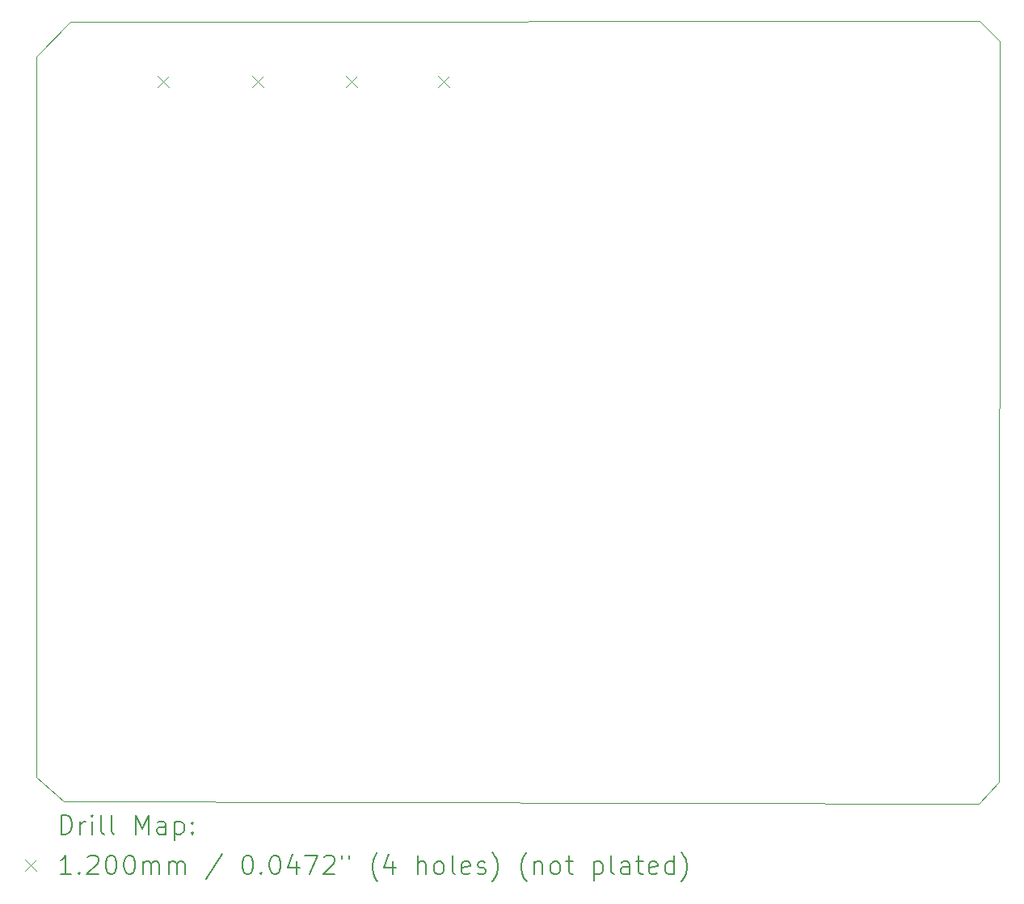
<source format=gbr>
%TF.GenerationSoftware,KiCad,Pcbnew,9.0.0*%
%TF.CreationDate,2026-01-24T21:55:20+01:00*%
%TF.ProjectId,MashMachine V2.0,4d617368-4d61-4636-9869-6e652056322e,rev?*%
%TF.SameCoordinates,Original*%
%TF.FileFunction,Drillmap*%
%TF.FilePolarity,Positive*%
%FSLAX45Y45*%
G04 Gerber Fmt 4.5, Leading zero omitted, Abs format (unit mm)*
G04 Created by KiCad (PCBNEW 9.0.0) date 2026-01-24 21:55:20*
%MOMM*%
%LPD*%
G01*
G04 APERTURE LIST*
%ADD10C,0.050000*%
%ADD11C,0.200000*%
%ADD12C,0.120000*%
G04 APERTURE END LIST*
D10*
X20144976Y-5672055D02*
X20139806Y-13431758D01*
X19927174Y-13665236D01*
X10337800Y-13639800D01*
X10055860Y-13386054D01*
X10055860Y-5829346D01*
X10406347Y-5466114D01*
X19933893Y-5460973D01*
X20144976Y-5672055D01*
D11*
D12*
X11321200Y-6032800D02*
X11441200Y-6152800D01*
X11441200Y-6032800D02*
X11321200Y-6152800D01*
X12311800Y-6032800D02*
X12431800Y-6152800D01*
X12431800Y-6032800D02*
X12311800Y-6152800D01*
X13296800Y-6032800D02*
X13416800Y-6152800D01*
X13416800Y-6032800D02*
X13296800Y-6152800D01*
X14262000Y-6032800D02*
X14382000Y-6152800D01*
X14382000Y-6032800D02*
X14262000Y-6152800D01*
D11*
X10314137Y-13979220D02*
X10314137Y-13779220D01*
X10314137Y-13779220D02*
X10361756Y-13779220D01*
X10361756Y-13779220D02*
X10390327Y-13788744D01*
X10390327Y-13788744D02*
X10409375Y-13807791D01*
X10409375Y-13807791D02*
X10418899Y-13826839D01*
X10418899Y-13826839D02*
X10428423Y-13864934D01*
X10428423Y-13864934D02*
X10428423Y-13893505D01*
X10428423Y-13893505D02*
X10418899Y-13931601D01*
X10418899Y-13931601D02*
X10409375Y-13950648D01*
X10409375Y-13950648D02*
X10390327Y-13969696D01*
X10390327Y-13969696D02*
X10361756Y-13979220D01*
X10361756Y-13979220D02*
X10314137Y-13979220D01*
X10514137Y-13979220D02*
X10514137Y-13845886D01*
X10514137Y-13883982D02*
X10523661Y-13864934D01*
X10523661Y-13864934D02*
X10533184Y-13855410D01*
X10533184Y-13855410D02*
X10552232Y-13845886D01*
X10552232Y-13845886D02*
X10571280Y-13845886D01*
X10637946Y-13979220D02*
X10637946Y-13845886D01*
X10637946Y-13779220D02*
X10628423Y-13788744D01*
X10628423Y-13788744D02*
X10637946Y-13798267D01*
X10637946Y-13798267D02*
X10647470Y-13788744D01*
X10647470Y-13788744D02*
X10637946Y-13779220D01*
X10637946Y-13779220D02*
X10637946Y-13798267D01*
X10761756Y-13979220D02*
X10742708Y-13969696D01*
X10742708Y-13969696D02*
X10733184Y-13950648D01*
X10733184Y-13950648D02*
X10733184Y-13779220D01*
X10866518Y-13979220D02*
X10847470Y-13969696D01*
X10847470Y-13969696D02*
X10837946Y-13950648D01*
X10837946Y-13950648D02*
X10837946Y-13779220D01*
X11095089Y-13979220D02*
X11095089Y-13779220D01*
X11095089Y-13779220D02*
X11161756Y-13922077D01*
X11161756Y-13922077D02*
X11228422Y-13779220D01*
X11228422Y-13779220D02*
X11228422Y-13979220D01*
X11409375Y-13979220D02*
X11409375Y-13874458D01*
X11409375Y-13874458D02*
X11399851Y-13855410D01*
X11399851Y-13855410D02*
X11380803Y-13845886D01*
X11380803Y-13845886D02*
X11342708Y-13845886D01*
X11342708Y-13845886D02*
X11323661Y-13855410D01*
X11409375Y-13969696D02*
X11390327Y-13979220D01*
X11390327Y-13979220D02*
X11342708Y-13979220D01*
X11342708Y-13979220D02*
X11323661Y-13969696D01*
X11323661Y-13969696D02*
X11314137Y-13950648D01*
X11314137Y-13950648D02*
X11314137Y-13931601D01*
X11314137Y-13931601D02*
X11323661Y-13912553D01*
X11323661Y-13912553D02*
X11342708Y-13903029D01*
X11342708Y-13903029D02*
X11390327Y-13903029D01*
X11390327Y-13903029D02*
X11409375Y-13893505D01*
X11504613Y-13845886D02*
X11504613Y-14045886D01*
X11504613Y-13855410D02*
X11523661Y-13845886D01*
X11523661Y-13845886D02*
X11561756Y-13845886D01*
X11561756Y-13845886D02*
X11580803Y-13855410D01*
X11580803Y-13855410D02*
X11590327Y-13864934D01*
X11590327Y-13864934D02*
X11599851Y-13883982D01*
X11599851Y-13883982D02*
X11599851Y-13941124D01*
X11599851Y-13941124D02*
X11590327Y-13960172D01*
X11590327Y-13960172D02*
X11580803Y-13969696D01*
X11580803Y-13969696D02*
X11561756Y-13979220D01*
X11561756Y-13979220D02*
X11523661Y-13979220D01*
X11523661Y-13979220D02*
X11504613Y-13969696D01*
X11685565Y-13960172D02*
X11695089Y-13969696D01*
X11695089Y-13969696D02*
X11685565Y-13979220D01*
X11685565Y-13979220D02*
X11676042Y-13969696D01*
X11676042Y-13969696D02*
X11685565Y-13960172D01*
X11685565Y-13960172D02*
X11685565Y-13979220D01*
X11685565Y-13855410D02*
X11695089Y-13864934D01*
X11695089Y-13864934D02*
X11685565Y-13874458D01*
X11685565Y-13874458D02*
X11676042Y-13864934D01*
X11676042Y-13864934D02*
X11685565Y-13855410D01*
X11685565Y-13855410D02*
X11685565Y-13874458D01*
D12*
X9933360Y-14247736D02*
X10053360Y-14367736D01*
X10053360Y-14247736D02*
X9933360Y-14367736D01*
D11*
X10418899Y-14399220D02*
X10304613Y-14399220D01*
X10361756Y-14399220D02*
X10361756Y-14199220D01*
X10361756Y-14199220D02*
X10342708Y-14227791D01*
X10342708Y-14227791D02*
X10323661Y-14246839D01*
X10323661Y-14246839D02*
X10304613Y-14256363D01*
X10504613Y-14380172D02*
X10514137Y-14389696D01*
X10514137Y-14389696D02*
X10504613Y-14399220D01*
X10504613Y-14399220D02*
X10495089Y-14389696D01*
X10495089Y-14389696D02*
X10504613Y-14380172D01*
X10504613Y-14380172D02*
X10504613Y-14399220D01*
X10590327Y-14218267D02*
X10599851Y-14208744D01*
X10599851Y-14208744D02*
X10618899Y-14199220D01*
X10618899Y-14199220D02*
X10666518Y-14199220D01*
X10666518Y-14199220D02*
X10685565Y-14208744D01*
X10685565Y-14208744D02*
X10695089Y-14218267D01*
X10695089Y-14218267D02*
X10704613Y-14237315D01*
X10704613Y-14237315D02*
X10704613Y-14256363D01*
X10704613Y-14256363D02*
X10695089Y-14284934D01*
X10695089Y-14284934D02*
X10580804Y-14399220D01*
X10580804Y-14399220D02*
X10704613Y-14399220D01*
X10828423Y-14199220D02*
X10847470Y-14199220D01*
X10847470Y-14199220D02*
X10866518Y-14208744D01*
X10866518Y-14208744D02*
X10876042Y-14218267D01*
X10876042Y-14218267D02*
X10885565Y-14237315D01*
X10885565Y-14237315D02*
X10895089Y-14275410D01*
X10895089Y-14275410D02*
X10895089Y-14323029D01*
X10895089Y-14323029D02*
X10885565Y-14361124D01*
X10885565Y-14361124D02*
X10876042Y-14380172D01*
X10876042Y-14380172D02*
X10866518Y-14389696D01*
X10866518Y-14389696D02*
X10847470Y-14399220D01*
X10847470Y-14399220D02*
X10828423Y-14399220D01*
X10828423Y-14399220D02*
X10809375Y-14389696D01*
X10809375Y-14389696D02*
X10799851Y-14380172D01*
X10799851Y-14380172D02*
X10790327Y-14361124D01*
X10790327Y-14361124D02*
X10780804Y-14323029D01*
X10780804Y-14323029D02*
X10780804Y-14275410D01*
X10780804Y-14275410D02*
X10790327Y-14237315D01*
X10790327Y-14237315D02*
X10799851Y-14218267D01*
X10799851Y-14218267D02*
X10809375Y-14208744D01*
X10809375Y-14208744D02*
X10828423Y-14199220D01*
X11018899Y-14199220D02*
X11037946Y-14199220D01*
X11037946Y-14199220D02*
X11056994Y-14208744D01*
X11056994Y-14208744D02*
X11066518Y-14218267D01*
X11066518Y-14218267D02*
X11076042Y-14237315D01*
X11076042Y-14237315D02*
X11085565Y-14275410D01*
X11085565Y-14275410D02*
X11085565Y-14323029D01*
X11085565Y-14323029D02*
X11076042Y-14361124D01*
X11076042Y-14361124D02*
X11066518Y-14380172D01*
X11066518Y-14380172D02*
X11056994Y-14389696D01*
X11056994Y-14389696D02*
X11037946Y-14399220D01*
X11037946Y-14399220D02*
X11018899Y-14399220D01*
X11018899Y-14399220D02*
X10999851Y-14389696D01*
X10999851Y-14389696D02*
X10990327Y-14380172D01*
X10990327Y-14380172D02*
X10980804Y-14361124D01*
X10980804Y-14361124D02*
X10971280Y-14323029D01*
X10971280Y-14323029D02*
X10971280Y-14275410D01*
X10971280Y-14275410D02*
X10980804Y-14237315D01*
X10980804Y-14237315D02*
X10990327Y-14218267D01*
X10990327Y-14218267D02*
X10999851Y-14208744D01*
X10999851Y-14208744D02*
X11018899Y-14199220D01*
X11171280Y-14399220D02*
X11171280Y-14265886D01*
X11171280Y-14284934D02*
X11180804Y-14275410D01*
X11180804Y-14275410D02*
X11199851Y-14265886D01*
X11199851Y-14265886D02*
X11228423Y-14265886D01*
X11228423Y-14265886D02*
X11247470Y-14275410D01*
X11247470Y-14275410D02*
X11256994Y-14294458D01*
X11256994Y-14294458D02*
X11256994Y-14399220D01*
X11256994Y-14294458D02*
X11266518Y-14275410D01*
X11266518Y-14275410D02*
X11285565Y-14265886D01*
X11285565Y-14265886D02*
X11314137Y-14265886D01*
X11314137Y-14265886D02*
X11333184Y-14275410D01*
X11333184Y-14275410D02*
X11342708Y-14294458D01*
X11342708Y-14294458D02*
X11342708Y-14399220D01*
X11437946Y-14399220D02*
X11437946Y-14265886D01*
X11437946Y-14284934D02*
X11447470Y-14275410D01*
X11447470Y-14275410D02*
X11466518Y-14265886D01*
X11466518Y-14265886D02*
X11495089Y-14265886D01*
X11495089Y-14265886D02*
X11514137Y-14275410D01*
X11514137Y-14275410D02*
X11523661Y-14294458D01*
X11523661Y-14294458D02*
X11523661Y-14399220D01*
X11523661Y-14294458D02*
X11533184Y-14275410D01*
X11533184Y-14275410D02*
X11552232Y-14265886D01*
X11552232Y-14265886D02*
X11580803Y-14265886D01*
X11580803Y-14265886D02*
X11599851Y-14275410D01*
X11599851Y-14275410D02*
X11609375Y-14294458D01*
X11609375Y-14294458D02*
X11609375Y-14399220D01*
X11999851Y-14189696D02*
X11828423Y-14446839D01*
X12256994Y-14199220D02*
X12276042Y-14199220D01*
X12276042Y-14199220D02*
X12295089Y-14208744D01*
X12295089Y-14208744D02*
X12304613Y-14218267D01*
X12304613Y-14218267D02*
X12314137Y-14237315D01*
X12314137Y-14237315D02*
X12323661Y-14275410D01*
X12323661Y-14275410D02*
X12323661Y-14323029D01*
X12323661Y-14323029D02*
X12314137Y-14361124D01*
X12314137Y-14361124D02*
X12304613Y-14380172D01*
X12304613Y-14380172D02*
X12295089Y-14389696D01*
X12295089Y-14389696D02*
X12276042Y-14399220D01*
X12276042Y-14399220D02*
X12256994Y-14399220D01*
X12256994Y-14399220D02*
X12237946Y-14389696D01*
X12237946Y-14389696D02*
X12228423Y-14380172D01*
X12228423Y-14380172D02*
X12218899Y-14361124D01*
X12218899Y-14361124D02*
X12209375Y-14323029D01*
X12209375Y-14323029D02*
X12209375Y-14275410D01*
X12209375Y-14275410D02*
X12218899Y-14237315D01*
X12218899Y-14237315D02*
X12228423Y-14218267D01*
X12228423Y-14218267D02*
X12237946Y-14208744D01*
X12237946Y-14208744D02*
X12256994Y-14199220D01*
X12409375Y-14380172D02*
X12418899Y-14389696D01*
X12418899Y-14389696D02*
X12409375Y-14399220D01*
X12409375Y-14399220D02*
X12399851Y-14389696D01*
X12399851Y-14389696D02*
X12409375Y-14380172D01*
X12409375Y-14380172D02*
X12409375Y-14399220D01*
X12542708Y-14199220D02*
X12561756Y-14199220D01*
X12561756Y-14199220D02*
X12580804Y-14208744D01*
X12580804Y-14208744D02*
X12590327Y-14218267D01*
X12590327Y-14218267D02*
X12599851Y-14237315D01*
X12599851Y-14237315D02*
X12609375Y-14275410D01*
X12609375Y-14275410D02*
X12609375Y-14323029D01*
X12609375Y-14323029D02*
X12599851Y-14361124D01*
X12599851Y-14361124D02*
X12590327Y-14380172D01*
X12590327Y-14380172D02*
X12580804Y-14389696D01*
X12580804Y-14389696D02*
X12561756Y-14399220D01*
X12561756Y-14399220D02*
X12542708Y-14399220D01*
X12542708Y-14399220D02*
X12523661Y-14389696D01*
X12523661Y-14389696D02*
X12514137Y-14380172D01*
X12514137Y-14380172D02*
X12504613Y-14361124D01*
X12504613Y-14361124D02*
X12495089Y-14323029D01*
X12495089Y-14323029D02*
X12495089Y-14275410D01*
X12495089Y-14275410D02*
X12504613Y-14237315D01*
X12504613Y-14237315D02*
X12514137Y-14218267D01*
X12514137Y-14218267D02*
X12523661Y-14208744D01*
X12523661Y-14208744D02*
X12542708Y-14199220D01*
X12780804Y-14265886D02*
X12780804Y-14399220D01*
X12733185Y-14189696D02*
X12685566Y-14332553D01*
X12685566Y-14332553D02*
X12809375Y-14332553D01*
X12866518Y-14199220D02*
X12999851Y-14199220D01*
X12999851Y-14199220D02*
X12914137Y-14399220D01*
X13066518Y-14218267D02*
X13076042Y-14208744D01*
X13076042Y-14208744D02*
X13095089Y-14199220D01*
X13095089Y-14199220D02*
X13142708Y-14199220D01*
X13142708Y-14199220D02*
X13161756Y-14208744D01*
X13161756Y-14208744D02*
X13171280Y-14218267D01*
X13171280Y-14218267D02*
X13180804Y-14237315D01*
X13180804Y-14237315D02*
X13180804Y-14256363D01*
X13180804Y-14256363D02*
X13171280Y-14284934D01*
X13171280Y-14284934D02*
X13056994Y-14399220D01*
X13056994Y-14399220D02*
X13180804Y-14399220D01*
X13256994Y-14199220D02*
X13256994Y-14237315D01*
X13333185Y-14199220D02*
X13333185Y-14237315D01*
X13628423Y-14475410D02*
X13618899Y-14465886D01*
X13618899Y-14465886D02*
X13599851Y-14437315D01*
X13599851Y-14437315D02*
X13590328Y-14418267D01*
X13590328Y-14418267D02*
X13580804Y-14389696D01*
X13580804Y-14389696D02*
X13571280Y-14342077D01*
X13571280Y-14342077D02*
X13571280Y-14303982D01*
X13571280Y-14303982D02*
X13580804Y-14256363D01*
X13580804Y-14256363D02*
X13590328Y-14227791D01*
X13590328Y-14227791D02*
X13599851Y-14208744D01*
X13599851Y-14208744D02*
X13618899Y-14180172D01*
X13618899Y-14180172D02*
X13628423Y-14170648D01*
X13790328Y-14265886D02*
X13790328Y-14399220D01*
X13742708Y-14189696D02*
X13695089Y-14332553D01*
X13695089Y-14332553D02*
X13818899Y-14332553D01*
X14047470Y-14399220D02*
X14047470Y-14199220D01*
X14133185Y-14399220D02*
X14133185Y-14294458D01*
X14133185Y-14294458D02*
X14123661Y-14275410D01*
X14123661Y-14275410D02*
X14104613Y-14265886D01*
X14104613Y-14265886D02*
X14076042Y-14265886D01*
X14076042Y-14265886D02*
X14056994Y-14275410D01*
X14056994Y-14275410D02*
X14047470Y-14284934D01*
X14256994Y-14399220D02*
X14237947Y-14389696D01*
X14237947Y-14389696D02*
X14228423Y-14380172D01*
X14228423Y-14380172D02*
X14218899Y-14361124D01*
X14218899Y-14361124D02*
X14218899Y-14303982D01*
X14218899Y-14303982D02*
X14228423Y-14284934D01*
X14228423Y-14284934D02*
X14237947Y-14275410D01*
X14237947Y-14275410D02*
X14256994Y-14265886D01*
X14256994Y-14265886D02*
X14285566Y-14265886D01*
X14285566Y-14265886D02*
X14304613Y-14275410D01*
X14304613Y-14275410D02*
X14314137Y-14284934D01*
X14314137Y-14284934D02*
X14323661Y-14303982D01*
X14323661Y-14303982D02*
X14323661Y-14361124D01*
X14323661Y-14361124D02*
X14314137Y-14380172D01*
X14314137Y-14380172D02*
X14304613Y-14389696D01*
X14304613Y-14389696D02*
X14285566Y-14399220D01*
X14285566Y-14399220D02*
X14256994Y-14399220D01*
X14437947Y-14399220D02*
X14418899Y-14389696D01*
X14418899Y-14389696D02*
X14409375Y-14370648D01*
X14409375Y-14370648D02*
X14409375Y-14199220D01*
X14590328Y-14389696D02*
X14571280Y-14399220D01*
X14571280Y-14399220D02*
X14533185Y-14399220D01*
X14533185Y-14399220D02*
X14514137Y-14389696D01*
X14514137Y-14389696D02*
X14504613Y-14370648D01*
X14504613Y-14370648D02*
X14504613Y-14294458D01*
X14504613Y-14294458D02*
X14514137Y-14275410D01*
X14514137Y-14275410D02*
X14533185Y-14265886D01*
X14533185Y-14265886D02*
X14571280Y-14265886D01*
X14571280Y-14265886D02*
X14590328Y-14275410D01*
X14590328Y-14275410D02*
X14599851Y-14294458D01*
X14599851Y-14294458D02*
X14599851Y-14313505D01*
X14599851Y-14313505D02*
X14504613Y-14332553D01*
X14676042Y-14389696D02*
X14695090Y-14399220D01*
X14695090Y-14399220D02*
X14733185Y-14399220D01*
X14733185Y-14399220D02*
X14752232Y-14389696D01*
X14752232Y-14389696D02*
X14761756Y-14370648D01*
X14761756Y-14370648D02*
X14761756Y-14361124D01*
X14761756Y-14361124D02*
X14752232Y-14342077D01*
X14752232Y-14342077D02*
X14733185Y-14332553D01*
X14733185Y-14332553D02*
X14704613Y-14332553D01*
X14704613Y-14332553D02*
X14685566Y-14323029D01*
X14685566Y-14323029D02*
X14676042Y-14303982D01*
X14676042Y-14303982D02*
X14676042Y-14294458D01*
X14676042Y-14294458D02*
X14685566Y-14275410D01*
X14685566Y-14275410D02*
X14704613Y-14265886D01*
X14704613Y-14265886D02*
X14733185Y-14265886D01*
X14733185Y-14265886D02*
X14752232Y-14275410D01*
X14828423Y-14475410D02*
X14837947Y-14465886D01*
X14837947Y-14465886D02*
X14856994Y-14437315D01*
X14856994Y-14437315D02*
X14866518Y-14418267D01*
X14866518Y-14418267D02*
X14876042Y-14389696D01*
X14876042Y-14389696D02*
X14885566Y-14342077D01*
X14885566Y-14342077D02*
X14885566Y-14303982D01*
X14885566Y-14303982D02*
X14876042Y-14256363D01*
X14876042Y-14256363D02*
X14866518Y-14227791D01*
X14866518Y-14227791D02*
X14856994Y-14208744D01*
X14856994Y-14208744D02*
X14837947Y-14180172D01*
X14837947Y-14180172D02*
X14828423Y-14170648D01*
X15190328Y-14475410D02*
X15180804Y-14465886D01*
X15180804Y-14465886D02*
X15161756Y-14437315D01*
X15161756Y-14437315D02*
X15152232Y-14418267D01*
X15152232Y-14418267D02*
X15142709Y-14389696D01*
X15142709Y-14389696D02*
X15133185Y-14342077D01*
X15133185Y-14342077D02*
X15133185Y-14303982D01*
X15133185Y-14303982D02*
X15142709Y-14256363D01*
X15142709Y-14256363D02*
X15152232Y-14227791D01*
X15152232Y-14227791D02*
X15161756Y-14208744D01*
X15161756Y-14208744D02*
X15180804Y-14180172D01*
X15180804Y-14180172D02*
X15190328Y-14170648D01*
X15266518Y-14265886D02*
X15266518Y-14399220D01*
X15266518Y-14284934D02*
X15276042Y-14275410D01*
X15276042Y-14275410D02*
X15295090Y-14265886D01*
X15295090Y-14265886D02*
X15323661Y-14265886D01*
X15323661Y-14265886D02*
X15342709Y-14275410D01*
X15342709Y-14275410D02*
X15352232Y-14294458D01*
X15352232Y-14294458D02*
X15352232Y-14399220D01*
X15476042Y-14399220D02*
X15456994Y-14389696D01*
X15456994Y-14389696D02*
X15447471Y-14380172D01*
X15447471Y-14380172D02*
X15437947Y-14361124D01*
X15437947Y-14361124D02*
X15437947Y-14303982D01*
X15437947Y-14303982D02*
X15447471Y-14284934D01*
X15447471Y-14284934D02*
X15456994Y-14275410D01*
X15456994Y-14275410D02*
X15476042Y-14265886D01*
X15476042Y-14265886D02*
X15504613Y-14265886D01*
X15504613Y-14265886D02*
X15523661Y-14275410D01*
X15523661Y-14275410D02*
X15533185Y-14284934D01*
X15533185Y-14284934D02*
X15542709Y-14303982D01*
X15542709Y-14303982D02*
X15542709Y-14361124D01*
X15542709Y-14361124D02*
X15533185Y-14380172D01*
X15533185Y-14380172D02*
X15523661Y-14389696D01*
X15523661Y-14389696D02*
X15504613Y-14399220D01*
X15504613Y-14399220D02*
X15476042Y-14399220D01*
X15599852Y-14265886D02*
X15676042Y-14265886D01*
X15628423Y-14199220D02*
X15628423Y-14370648D01*
X15628423Y-14370648D02*
X15637947Y-14389696D01*
X15637947Y-14389696D02*
X15656994Y-14399220D01*
X15656994Y-14399220D02*
X15676042Y-14399220D01*
X15895090Y-14265886D02*
X15895090Y-14465886D01*
X15895090Y-14275410D02*
X15914137Y-14265886D01*
X15914137Y-14265886D02*
X15952233Y-14265886D01*
X15952233Y-14265886D02*
X15971280Y-14275410D01*
X15971280Y-14275410D02*
X15980804Y-14284934D01*
X15980804Y-14284934D02*
X15990328Y-14303982D01*
X15990328Y-14303982D02*
X15990328Y-14361124D01*
X15990328Y-14361124D02*
X15980804Y-14380172D01*
X15980804Y-14380172D02*
X15971280Y-14389696D01*
X15971280Y-14389696D02*
X15952233Y-14399220D01*
X15952233Y-14399220D02*
X15914137Y-14399220D01*
X15914137Y-14399220D02*
X15895090Y-14389696D01*
X16104613Y-14399220D02*
X16085566Y-14389696D01*
X16085566Y-14389696D02*
X16076042Y-14370648D01*
X16076042Y-14370648D02*
X16076042Y-14199220D01*
X16266518Y-14399220D02*
X16266518Y-14294458D01*
X16266518Y-14294458D02*
X16256994Y-14275410D01*
X16256994Y-14275410D02*
X16237947Y-14265886D01*
X16237947Y-14265886D02*
X16199852Y-14265886D01*
X16199852Y-14265886D02*
X16180804Y-14275410D01*
X16266518Y-14389696D02*
X16247471Y-14399220D01*
X16247471Y-14399220D02*
X16199852Y-14399220D01*
X16199852Y-14399220D02*
X16180804Y-14389696D01*
X16180804Y-14389696D02*
X16171280Y-14370648D01*
X16171280Y-14370648D02*
X16171280Y-14351601D01*
X16171280Y-14351601D02*
X16180804Y-14332553D01*
X16180804Y-14332553D02*
X16199852Y-14323029D01*
X16199852Y-14323029D02*
X16247471Y-14323029D01*
X16247471Y-14323029D02*
X16266518Y-14313505D01*
X16333185Y-14265886D02*
X16409375Y-14265886D01*
X16361756Y-14199220D02*
X16361756Y-14370648D01*
X16361756Y-14370648D02*
X16371280Y-14389696D01*
X16371280Y-14389696D02*
X16390328Y-14399220D01*
X16390328Y-14399220D02*
X16409375Y-14399220D01*
X16552233Y-14389696D02*
X16533185Y-14399220D01*
X16533185Y-14399220D02*
X16495090Y-14399220D01*
X16495090Y-14399220D02*
X16476042Y-14389696D01*
X16476042Y-14389696D02*
X16466518Y-14370648D01*
X16466518Y-14370648D02*
X16466518Y-14294458D01*
X16466518Y-14294458D02*
X16476042Y-14275410D01*
X16476042Y-14275410D02*
X16495090Y-14265886D01*
X16495090Y-14265886D02*
X16533185Y-14265886D01*
X16533185Y-14265886D02*
X16552233Y-14275410D01*
X16552233Y-14275410D02*
X16561756Y-14294458D01*
X16561756Y-14294458D02*
X16561756Y-14313505D01*
X16561756Y-14313505D02*
X16466518Y-14332553D01*
X16733185Y-14399220D02*
X16733185Y-14199220D01*
X16733185Y-14389696D02*
X16714137Y-14399220D01*
X16714137Y-14399220D02*
X16676042Y-14399220D01*
X16676042Y-14399220D02*
X16656994Y-14389696D01*
X16656994Y-14389696D02*
X16647471Y-14380172D01*
X16647471Y-14380172D02*
X16637947Y-14361124D01*
X16637947Y-14361124D02*
X16637947Y-14303982D01*
X16637947Y-14303982D02*
X16647471Y-14284934D01*
X16647471Y-14284934D02*
X16656994Y-14275410D01*
X16656994Y-14275410D02*
X16676042Y-14265886D01*
X16676042Y-14265886D02*
X16714137Y-14265886D01*
X16714137Y-14265886D02*
X16733185Y-14275410D01*
X16809376Y-14475410D02*
X16818899Y-14465886D01*
X16818899Y-14465886D02*
X16837947Y-14437315D01*
X16837947Y-14437315D02*
X16847471Y-14418267D01*
X16847471Y-14418267D02*
X16856995Y-14389696D01*
X16856995Y-14389696D02*
X16866518Y-14342077D01*
X16866518Y-14342077D02*
X16866518Y-14303982D01*
X16866518Y-14303982D02*
X16856995Y-14256363D01*
X16856995Y-14256363D02*
X16847471Y-14227791D01*
X16847471Y-14227791D02*
X16837947Y-14208744D01*
X16837947Y-14208744D02*
X16818899Y-14180172D01*
X16818899Y-14180172D02*
X16809376Y-14170648D01*
M02*

</source>
